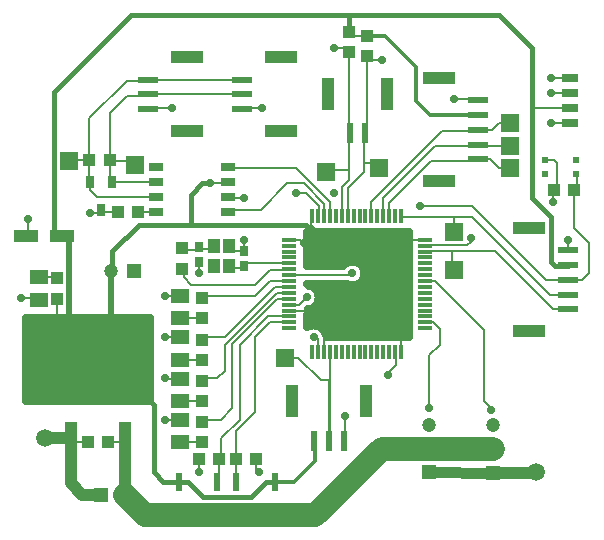
<source format=gbr>
G04 DipTrace 3.2.0.1*
G04 Top.gbr*
%MOIN*%
G04 #@! TF.FileFunction,Copper,L1,Top*
G04 #@! TF.Part,Single*
G04 #@! TA.AperFunction,Conductor*
%ADD14C,0.007874*%
%ADD15C,0.019685*%
%ADD16C,0.015748*%
%ADD17C,0.011811*%
%ADD18C,0.03937*%
%ADD19C,0.035433*%
%ADD20C,0.07874*%
G04 #@! TA.AperFunction,CopperBalancing*
%ADD21C,0.025*%
%ADD23R,0.059055X0.059055*%
%ADD24R,0.021654X0.059055*%
%ADD25R,0.043307X0.03937*%
%ADD26R,0.03937X0.043307*%
%ADD27R,0.027559X0.035433*%
%ADD28R,0.07874X0.03937*%
%ADD30R,0.031496X0.041339*%
%ADD31R,0.059055X0.051181*%
G04 #@! TA.AperFunction,ComponentPad*
%ADD32R,0.047244X0.047244*%
%ADD33C,0.047244*%
%ADD34R,0.03937X0.110236*%
%ADD35R,0.023622X0.066929*%
%ADD36R,0.110236X0.03937*%
%ADD37R,0.066929X0.023622*%
%ADD38R,0.018898X0.022441*%
%ADD40R,0.047244X0.011811*%
%ADD41R,0.011811X0.047244*%
%ADD43R,0.045X0.03*%
%ADD45R,0.03937X0.108268*%
%ADD46R,0.218504X0.242126*%
%ADD47R,0.055118X0.027559*%
%ADD48R,0.03937X0.047244*%
G04 #@! TA.AperFunction,ComponentPad*
%ADD49C,0.059055*%
G04 #@! TA.AperFunction,ViaPad*
%ADD50C,0.027559*%
%FSLAX26Y26*%
G04*
G70*
G90*
G75*
G01*
G04 Top*
%LPD*%
X1167028Y1573327D2*
D14*
X1162402Y1568701D1*
X1106201D1*
X1468701Y1406201D2*
X1443837Y1431064D1*
Y1459941D1*
X1447441D1*
X1418701Y1368701D2*
X1406201Y1381201D1*
X1368701D1*
Y1144980D2*
X1442913D1*
X1821457Y1381201D2*
X1768701D1*
X1742717Y1007185D2*
X1743701Y1008169D1*
Y1056201D1*
X1486811Y1007185D2*
Y1077756D1*
X611812Y1393701D2*
D15*
X637451D1*
Y1052756D1*
X707727Y982480D1*
X733465D1*
X775197Y1277461D2*
Y982480D1*
X733465D1*
X595916Y1185236D2*
D14*
Y1103986D1*
X643701Y1056201D1*
X733465D1*
Y982480D1*
X775197Y1277461D2*
D16*
X781201D1*
Y1343701D1*
X868697Y1431197D1*
X1043701D1*
Y1531201D1*
X1081201Y1568701D1*
X1106201D1*
X893701Y856201D2*
X918701Y831201D1*
Y606198D1*
X949951Y574948D1*
X1003248D1*
X1003337Y575037D1*
X1031381D1*
X1081375Y525042D1*
X1243858D1*
X1293764Y574948D1*
X1321654D1*
X1043701Y1431197D2*
X1425088D1*
X1468701Y1387584D1*
Y1406201D1*
X611812Y1393701D2*
X587677D1*
Y1875177D1*
X843701Y2131201D1*
X1568701D1*
Y2073130D1*
X1631201Y2060630D2*
D14*
X1568701D1*
Y2073130D1*
X1631201Y2060630D2*
D17*
X1689272D1*
X1793701Y1956201D1*
Y1843701D1*
X1840748Y1796654D1*
X2000591D1*
X1568701Y2131201D2*
D16*
X2068701D1*
X2181201Y2018701D1*
Y1818701D1*
Y1518701D1*
X2243701Y1456201D1*
Y1306201D1*
X2256201Y1293701D1*
X2300591D1*
Y1296654D1*
X2306201Y1818701D2*
D14*
X2181201D1*
X1453808Y711869D2*
D17*
X1456336Y709341D1*
Y643780D1*
X1387504Y574948D1*
X1321654D1*
X643701Y718701D2*
D14*
X656201Y706201D1*
X699950D1*
X743701Y531201D2*
D18*
X681201D1*
X643701Y568701D1*
Y718701D1*
X956201Y1193701D2*
D14*
X956398Y1193504D1*
X1006201D1*
X956201Y1056201D2*
X956398Y1056004D1*
X1006201D1*
X956201Y918701D2*
X956398Y918504D1*
X1006201D1*
X956201Y781201D2*
X956398Y781004D1*
X1006201D1*
X899311Y1816535D2*
X901476Y1818701D1*
X981201D1*
X1211811Y1816535D2*
X1213976Y1818701D1*
X1281201D1*
X1169882Y1360630D2*
X1186811Y1343701D1*
X1218701D1*
Y1381201D1*
X1167028Y1523327D2*
X1171654Y1518701D1*
X1218701D1*
X1368701Y1164665D2*
X1404429D1*
X1428543Y1188780D1*
X1467126Y1007185D2*
X1467323Y1007382D1*
Y1049606D1*
X1461024Y1055906D1*
X1451575D1*
X1723031Y1007185D2*
X1724951Y1005265D1*
Y962450D1*
X1699951Y937450D1*
Y931201D1*
X1821457Y1361516D2*
X1822392Y1362451D1*
X1962451D1*
X1974951Y1374951D1*
Y1387451D1*
X1467126Y1459941D2*
X1468701Y1461516D1*
Y1493702D1*
X1424951Y1537451D1*
X1393701D1*
X493702Y1393701D2*
X499951Y1399950D1*
Y1449951D1*
X742126Y1478839D2*
X747638Y1473327D1*
X800098D1*
X742126Y1478839D2*
X731988Y1468701D1*
X706201D1*
X1068701Y606198D2*
Y649948D1*
X1268701Y606198D2*
X1260630Y614269D1*
Y649948D1*
X1068701Y1268701D2*
X1068110Y1269291D1*
Y1305610D1*
X537451Y1181398D2*
X531398Y1187451D1*
X474951D1*
X1552234Y711869D2*
X1556325Y715961D1*
Y793764D1*
X2300591Y1345866D2*
X2299951Y1346505D1*
Y1381201D1*
X2000591Y1845866D2*
X1996505Y1849951D1*
X1918701D1*
X2251476Y1547441D2*
X2249951Y1545916D1*
Y1506201D1*
X2251476Y1547441D2*
X2262451Y1558416D1*
Y1637450D1*
X2252461Y1647441D1*
X2223327D1*
X2306201Y1868701D2*
X2243701D1*
X556430Y718772D2*
D18*
X556501Y718701D1*
X643701D1*
X1837546Y606283D2*
D19*
X2050024Y605037D1*
D18*
X2200008D1*
Y606283D1*
X2193759D1*
X1622933Y1736614D2*
D14*
X1618701D1*
Y1635689D1*
Y1606201D1*
X1565551Y1553051D1*
Y1459941D1*
X1622933Y1736614D2*
X1631201Y1744882D1*
Y1993701D1*
X1668701Y1618701D2*
X1651713Y1635689D1*
X1618701D1*
X2306201Y1768701D2*
X2243701D1*
X1681201Y1981201D2*
X1631201D1*
Y1993701D1*
X1573720Y1736614D2*
X1568701D1*
Y1612150D1*
Y1581201D1*
X1545866Y1558366D1*
Y1459941D1*
X1573720Y1736614D2*
X1568701Y1741634D1*
Y2006201D1*
X1493701Y1606201D2*
X1499650Y1612150D1*
X1568701D1*
X2306201Y1918701D2*
X2243701D1*
X1518701Y2018701D2*
X1568701D1*
Y2006201D1*
X1167028Y1623327D2*
X1171654Y1618701D1*
X1393701D1*
X1506496Y1505906D1*
Y1459941D1*
X1167028Y1473327D2*
X1174902Y1481201D1*
X1274951D1*
X1362451Y1568701D1*
X1418701D1*
X1486811Y1500591D1*
Y1459941D1*
X2000591Y1649016D2*
X1995276Y1643701D1*
X1843701D1*
X1703346Y1503346D1*
Y1459941D1*
X2000591Y1649016D2*
X2038386D1*
X2068701Y1618701D1*
X2106201D1*
X2000591Y1698228D2*
X1996063Y1693701D1*
X1856201D1*
X1683661Y1521161D1*
Y1459941D1*
X2000591Y1698228D2*
X2005118Y1693701D1*
X2106201D1*
X2000591Y1747441D2*
X1996850Y1743701D1*
X1881201D1*
X1644291Y1506791D1*
Y1459941D1*
X2000591Y1747441D2*
X2047441D1*
X2068701Y1768701D1*
X2106201D1*
X2300591Y1149016D2*
X2250886D1*
X2056201Y1343701D1*
X1911764D1*
X1821457D1*
Y1341831D1*
X1920669Y1281201D2*
X1911764Y1290106D1*
Y1343701D1*
X2300591Y1198228D2*
X2239173D1*
X1981201Y1456201D1*
X1918701D1*
X1742717D1*
Y1459941D1*
X1918701Y1406201D2*
Y1456201D1*
X1118701Y1360630D2*
X1108612Y1350541D1*
X1068110D1*
Y1356791D1*
X1057234Y1345915D1*
X1014665D1*
Y1352165D1*
X2326476Y1601772D2*
X2331201D1*
Y1547441D1*
X2318406D1*
X2300591Y1247441D2*
X2347441D1*
X2368701Y1268701D1*
Y1368701D1*
X2318406Y1418996D1*
Y1547441D1*
X2300591Y1247441D2*
X2227461D1*
X1981201Y1493701D1*
X1806201D1*
X1581201Y1268701D2*
Y1263091D1*
X1368701D1*
X1081201Y1185630D2*
X1089272Y1193701D1*
X1256201D1*
X1305906Y1243406D1*
X1368701D1*
X1081201Y1048130D2*
X1089272Y1056201D1*
X1156201D1*
X1323720Y1223720D1*
X1368701D1*
X1081201Y910630D2*
X1089272Y918701D1*
X1131201D1*
X1156201Y943701D1*
Y1031201D1*
X1329035Y1204035D1*
X1368701D1*
Y1184350D2*
X1367913Y1183563D1*
X1331201D1*
X1181201Y1033563D1*
Y818701D1*
X1143701Y781201D1*
X1089272D1*
X1081201Y773130D1*
X1503021Y711869D2*
X1506496Y715344D1*
Y1007185D1*
X1356346Y987493D2*
X1400092D1*
X1475084Y912501D1*
X1503021D1*
Y711869D1*
X2043774Y812512D2*
X2050024D1*
X2018701Y843835D1*
Y1081201D1*
X1856496Y1243406D1*
X1821457D1*
X1131201Y574948D2*
X1135630Y579377D1*
Y649948D1*
X1143701Y658018D1*
Y718701D1*
X1206201Y781201D1*
Y1031201D1*
X1300295Y1125295D1*
X1368701D1*
X1193701Y574948D2*
Y649948D1*
Y743701D1*
X1256201Y806201D1*
Y1056201D1*
X1305610Y1105610D1*
X1368701D1*
X1014665Y1285236D2*
X1018701D1*
Y1256201D1*
X1043701Y1231201D1*
X1256201D1*
X1306201Y1281201D1*
X1368701D1*
Y1282776D1*
X704724Y1573327D2*
Y1548130D1*
X729528Y1523327D1*
X926529D1*
X1211811Y1914961D2*
X899311D1*
X895177Y1910827D1*
X829528D1*
X704528Y1785827D1*
Y1648327D1*
X637450Y1643701D2*
X642076Y1648327D1*
X704528D1*
X704724Y1573327D2*
X704528Y1573524D1*
Y1648327D1*
X779528Y1573327D2*
X926529D1*
X1211811Y1865748D2*
X899311D1*
X894390Y1860827D1*
X829528D1*
X771457Y1802756D1*
Y1648327D1*
X776083Y1643701D1*
X856201D1*
Y1631201D1*
X779528Y1573327D2*
X771457Y1581398D1*
Y1648327D1*
X766879Y706201D2*
X823228D1*
Y718701D1*
X822441Y531201D2*
D18*
X823228Y718701D1*
X822441Y531201D2*
D20*
X891093Y462549D1*
X1456336D1*
X1678811Y685024D1*
X1837546D1*
X1838793Y683777D1*
X2050024D1*
X595916Y1252165D2*
D14*
Y1256201D1*
X537451D1*
X926529Y1473327D2*
X867028D1*
X1081201Y706201D2*
X1006201D1*
X1081201Y843701D2*
X1006201D1*
Y981201D2*
X1081201D1*
Y1118701D2*
X1006201D1*
X1837451Y818701D2*
Y996507D1*
X1871654Y1030709D1*
Y1085039D1*
X1851083Y1105610D1*
X1821457D1*
X1218701Y1292520D2*
X1228642Y1302461D1*
X1368701D1*
X1218701Y1292520D2*
X1216339D1*
X1211269Y1287450D1*
X1169882D1*
Y1293701D1*
D50*
X1468701Y1406201D3*
X1418701Y1368701D3*
X1442913Y1144980D3*
X1768701Y1381201D3*
X1743701Y1056201D3*
X1486811Y1077756D3*
X1468701Y1406201D3*
X981201Y1818701D3*
X1281201D3*
X1428543Y1188780D3*
X1451575Y1055906D3*
X1699951Y931201D3*
X1974951Y1387451D3*
X1393701Y1537451D3*
X2243701Y1768701D3*
X1681201Y1981201D3*
X2243701Y1918701D3*
X1518701Y2018701D3*
X1806201Y1493701D3*
X1581201Y1268701D3*
X1556325Y793764D3*
X1918701Y1849951D3*
X499951Y1449951D3*
X706201Y1468701D3*
X1068701Y606198D3*
X1268701D3*
X2249951Y1506201D3*
X1068701Y1268701D3*
X474951Y1187451D3*
X956201Y1193701D3*
Y1056201D3*
Y918701D3*
Y781201D3*
X1837451Y818701D3*
X1106201Y1568701D3*
X568701Y1106201D3*
Y1056201D3*
Y1006201D3*
Y956201D3*
Y906201D3*
Y856201D3*
X506201D3*
Y906201D3*
Y956201D3*
Y1006201D3*
Y1056201D3*
Y1106201D3*
X893701D3*
Y1056201D3*
Y1006201D3*
Y956201D3*
Y906201D3*
Y856201D3*
X1218701Y1381201D3*
Y1518701D3*
X2299951Y1381201D3*
X2243701Y1868701D3*
X1518701Y1537451D3*
X2043774Y812512D3*
X496219Y1093832D2*
D21*
X903707D1*
X496219Y1068963D2*
X903707D1*
X496219Y1044094D2*
X903707D1*
X496219Y1019226D2*
X903707D1*
X496219Y994357D2*
X903707D1*
X496219Y969488D2*
X903707D1*
X496219Y944619D2*
X903707D1*
X496219Y919751D2*
X903707D1*
X496219Y894882D2*
X903707D1*
X496219Y870013D2*
X903707D1*
X496219Y845144D2*
X903707D1*
X906201Y843724D2*
Y1118669D1*
X493724Y1118701D1*
X493701Y843732D1*
X906189Y843701D1*
X1433719Y1381332D2*
X1766210D1*
X1433719Y1356463D2*
X1766210D1*
X1433719Y1331594D2*
X1766210D1*
X1433719Y1306726D2*
X1565437D1*
X1596955D2*
X1766210D1*
X1621752Y1281857D2*
X1766210D1*
X1622218Y1256988D2*
X1766210D1*
X1433719Y1232119D2*
X1561849D1*
X1600545D2*
X1766210D1*
X1466840Y1207251D2*
X1766210D1*
X1470787Y1182382D2*
X1766210D1*
X1456433Y1157513D2*
X1766210D1*
X1433719Y1132644D2*
X1766210D1*
X1433719Y1107776D2*
X1766210D1*
X1483957Y1082907D2*
X1766210D1*
X1499064Y1058038D2*
X1766210D1*
X1496762Y1057299D2*
X1617634D1*
X1676689Y1057264D1*
X1735744Y1057299D1*
X1768702D1*
X1768701Y1406167D1*
X1431210Y1406201D1*
X1431201Y1293501D1*
X1549521Y1293520D1*
X1552724Y1297177D1*
X1557530Y1301281D1*
X1562917Y1304583D1*
X1568756Y1307001D1*
X1574900Y1308476D1*
X1581201Y1308972D1*
X1587501Y1308476D1*
X1593646Y1307001D1*
X1599484Y1304583D1*
X1604871Y1301281D1*
X1609677Y1297177D1*
X1613781Y1292371D1*
X1617083Y1286984D1*
X1619501Y1281146D1*
X1620976Y1275001D1*
X1621472Y1268701D1*
X1620976Y1262400D1*
X1619501Y1256256D1*
X1617083Y1250417D1*
X1613781Y1245030D1*
X1609677Y1240224D1*
X1604871Y1236121D1*
X1599484Y1232819D1*
X1593646Y1230400D1*
X1587501Y1228925D1*
X1581201Y1228429D1*
X1574900Y1228925D1*
X1568756Y1230400D1*
X1563265Y1232659D1*
X1431169Y1232661D1*
X1431703Y1228927D1*
X1437945Y1227938D1*
X1443954Y1225986D1*
X1449585Y1223117D1*
X1454698Y1219403D1*
X1459167Y1214934D1*
X1462881Y1209822D1*
X1465749Y1204190D1*
X1467702Y1198181D1*
X1468690Y1191940D1*
Y1185619D1*
X1467702Y1179378D1*
X1465749Y1173369D1*
X1462881Y1167738D1*
X1459167Y1162625D1*
X1454698Y1158156D1*
X1449585Y1154442D1*
X1443954Y1151573D1*
X1437945Y1149621D1*
X1431419Y1148621D1*
X1431201Y1124738D1*
Y1090612D1*
X1436164Y1093112D1*
X1442173Y1095064D1*
X1448415Y1096052D1*
X1454735D1*
X1460976Y1095064D1*
X1466986Y1093112D1*
X1472617Y1090243D1*
X1477730Y1086529D1*
X1482198Y1082060D1*
X1485912Y1076948D1*
X1488862Y1071097D1*
X1491941Y1067492D1*
X1494436Y1063421D1*
X1496265Y1059000D1*
D23*
X1356346Y987493D3*
D24*
X1131201Y574948D3*
X1003248D3*
X1193701D3*
X1321654D3*
D27*
X1068110Y1305610D3*
Y1356791D3*
X1218701Y1343701D3*
Y1292520D3*
D25*
X2251476Y1547441D3*
X2318406D3*
D28*
X493702Y1393701D3*
X611812D3*
D25*
X699950Y706201D3*
X766879D3*
D23*
X637450Y1643701D3*
X856201Y1631201D3*
D30*
X779528Y1573327D3*
X704724D3*
X742126Y1478839D3*
D31*
X1006201Y981201D3*
Y1056004D3*
Y843701D3*
Y918504D3*
Y706201D3*
Y781004D3*
Y1118701D3*
Y1193504D3*
X537451Y1256201D3*
Y1181398D3*
D23*
X1668701Y1618701D3*
X1493701Y1606201D3*
D32*
X1837546Y606283D3*
D33*
Y685024D3*
Y763764D3*
D32*
X743701Y531201D3*
D33*
X822441D3*
D32*
X853937Y1277461D3*
D33*
X775197D3*
D32*
X2050024Y605037D3*
D33*
Y683777D3*
Y762517D3*
D34*
X1695768Y1868504D3*
X1498917D3*
D35*
X1622933Y1736614D3*
X1573720D3*
D36*
X1868701Y1918701D3*
Y1576181D3*
D37*
X2000591Y1796654D3*
Y1747441D3*
Y1845866D3*
Y1698228D3*
Y1649016D3*
D36*
X2168701Y1418701D3*
Y1076181D3*
D37*
X2300591Y1296654D3*
Y1247441D3*
Y1345866D3*
Y1198228D3*
Y1149016D3*
D36*
X1031201Y1743701D3*
Y1989764D3*
D37*
X899311Y1816535D3*
Y1865748D3*
Y1914961D3*
D36*
X1343701Y1743701D3*
Y1989764D3*
D37*
X1211811Y1816535D3*
Y1865748D3*
Y1914961D3*
D34*
X1625068Y843759D3*
X1379005D3*
D35*
X1552234Y711869D3*
X1503021D3*
X1453808D3*
X1552234D3*
D26*
X1014665Y1285236D3*
Y1352165D3*
D25*
X704528Y1648327D3*
X771457D3*
X867028Y1473327D3*
X800098D3*
D26*
X1631201Y1993701D3*
Y2060630D3*
X1568701Y2006201D3*
Y2073130D3*
X1081201Y706201D3*
Y773130D3*
Y843701D3*
Y910630D3*
Y981201D3*
Y1048130D3*
Y1118701D3*
Y1185630D3*
D25*
X1260630Y649948D3*
X1193701D3*
X1068701D3*
X1135630D3*
D26*
X595916Y1252165D3*
Y1185236D3*
D38*
X2326476Y1647441D3*
X2223327D3*
X2326476Y1601772D3*
X2223327D3*
D23*
X1920669Y1281201D3*
X1918701Y1406201D3*
D40*
X1368701Y1381201D3*
Y1361516D3*
Y1341831D3*
Y1322146D3*
Y1302461D3*
Y1282776D3*
Y1263091D3*
Y1243406D3*
Y1223720D3*
Y1204035D3*
Y1184350D3*
Y1164665D3*
Y1144980D3*
Y1125295D3*
Y1105610D3*
Y1085925D3*
D41*
X1447441Y1007185D3*
X1467126D3*
X1486811D3*
X1506496D3*
X1526181D3*
X1545866D3*
X1565551D3*
X1585236D3*
X1604921D3*
X1624606D3*
X1644291D3*
X1663976D3*
X1683661D3*
X1703346D3*
X1723031D3*
X1742717D3*
D40*
X1821457Y1085925D3*
Y1105610D3*
Y1125295D3*
Y1144980D3*
Y1164665D3*
Y1184350D3*
Y1204035D3*
Y1223720D3*
Y1243406D3*
Y1263091D3*
Y1282776D3*
Y1302461D3*
Y1322146D3*
Y1341831D3*
Y1361516D3*
Y1381201D3*
D41*
X1742717Y1459941D3*
X1723031D3*
X1703346D3*
X1683661D3*
X1663976D3*
X1644291D3*
X1624606D3*
X1604921D3*
X1585236D3*
X1565551D3*
X1545866D3*
X1526181D3*
X1506496D3*
X1486811D3*
X1467126D3*
X1447441D3*
D43*
X1167028Y1473327D3*
Y1523327D3*
Y1573327D3*
Y1623327D3*
X926529D3*
Y1573327D3*
Y1523327D3*
Y1473327D3*
D45*
X643701Y718701D3*
X823228D3*
D46*
X733465Y982480D3*
D47*
X2306201Y1768701D3*
Y1818701D3*
Y1868701D3*
Y1918701D3*
D23*
X2106201Y1768701D3*
Y1693701D3*
Y1618701D3*
D48*
X1118701Y1293701D3*
X1169882D3*
X1118701Y1360630D3*
X1169882D3*
D49*
X556430Y718772D3*
X2193759Y606283D3*
M02*

</source>
